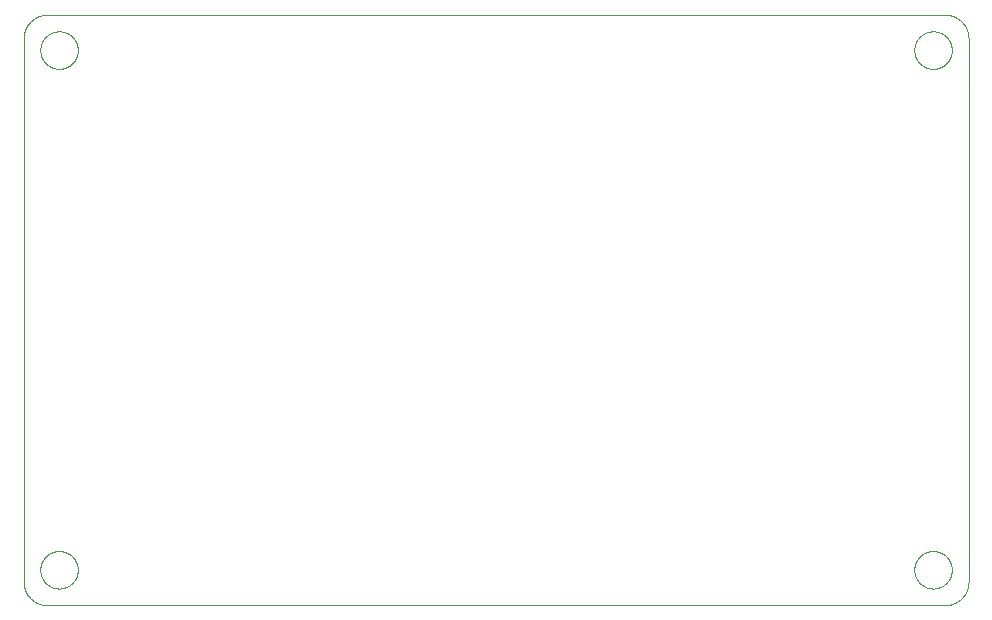
<source format=gbp>
G75*
%MOIN*%
%OFA0B0*%
%FSLAX25Y25*%
%IPPOS*%
%LPD*%
%AMOC8*
5,1,8,0,0,1.08239X$1,22.5*
%
%ADD10C,0.00000*%
D10*
X0044888Y0146728D02*
X0344100Y0146728D01*
X0344290Y0146730D01*
X0344480Y0146737D01*
X0344670Y0146749D01*
X0344860Y0146765D01*
X0345049Y0146785D01*
X0345238Y0146811D01*
X0345426Y0146840D01*
X0345613Y0146875D01*
X0345799Y0146914D01*
X0345984Y0146957D01*
X0346169Y0147005D01*
X0346352Y0147057D01*
X0346533Y0147113D01*
X0346713Y0147174D01*
X0346892Y0147240D01*
X0347069Y0147309D01*
X0347245Y0147383D01*
X0347418Y0147461D01*
X0347590Y0147544D01*
X0347759Y0147630D01*
X0347927Y0147720D01*
X0348092Y0147815D01*
X0348255Y0147913D01*
X0348415Y0148016D01*
X0348573Y0148122D01*
X0348728Y0148232D01*
X0348881Y0148345D01*
X0349031Y0148463D01*
X0349177Y0148584D01*
X0349321Y0148708D01*
X0349462Y0148836D01*
X0349600Y0148967D01*
X0349735Y0149102D01*
X0349866Y0149240D01*
X0349994Y0149381D01*
X0350118Y0149525D01*
X0350239Y0149671D01*
X0350357Y0149821D01*
X0350470Y0149974D01*
X0350580Y0150129D01*
X0350686Y0150287D01*
X0350789Y0150447D01*
X0350887Y0150610D01*
X0350982Y0150775D01*
X0351072Y0150943D01*
X0351158Y0151112D01*
X0351241Y0151284D01*
X0351319Y0151457D01*
X0351393Y0151633D01*
X0351462Y0151810D01*
X0351528Y0151989D01*
X0351589Y0152169D01*
X0351645Y0152350D01*
X0351697Y0152533D01*
X0351745Y0152718D01*
X0351788Y0152903D01*
X0351827Y0153089D01*
X0351862Y0153276D01*
X0351891Y0153464D01*
X0351917Y0153653D01*
X0351937Y0153842D01*
X0351953Y0154032D01*
X0351965Y0154222D01*
X0351972Y0154412D01*
X0351974Y0154602D01*
X0351974Y0335705D01*
X0351972Y0335895D01*
X0351965Y0336085D01*
X0351953Y0336275D01*
X0351937Y0336465D01*
X0351917Y0336654D01*
X0351891Y0336843D01*
X0351862Y0337031D01*
X0351827Y0337218D01*
X0351788Y0337404D01*
X0351745Y0337589D01*
X0351697Y0337774D01*
X0351645Y0337957D01*
X0351589Y0338138D01*
X0351528Y0338318D01*
X0351462Y0338497D01*
X0351393Y0338674D01*
X0351319Y0338850D01*
X0351241Y0339023D01*
X0351158Y0339195D01*
X0351072Y0339364D01*
X0350982Y0339532D01*
X0350887Y0339697D01*
X0350789Y0339860D01*
X0350686Y0340020D01*
X0350580Y0340178D01*
X0350470Y0340333D01*
X0350357Y0340486D01*
X0350239Y0340636D01*
X0350118Y0340782D01*
X0349994Y0340926D01*
X0349866Y0341067D01*
X0349735Y0341205D01*
X0349600Y0341340D01*
X0349462Y0341471D01*
X0349321Y0341599D01*
X0349177Y0341723D01*
X0349031Y0341844D01*
X0348881Y0341962D01*
X0348728Y0342075D01*
X0348573Y0342185D01*
X0348415Y0342291D01*
X0348255Y0342394D01*
X0348092Y0342492D01*
X0347927Y0342587D01*
X0347759Y0342677D01*
X0347590Y0342763D01*
X0347418Y0342846D01*
X0347245Y0342924D01*
X0347069Y0342998D01*
X0346892Y0343067D01*
X0346713Y0343133D01*
X0346533Y0343194D01*
X0346352Y0343250D01*
X0346169Y0343302D01*
X0345984Y0343350D01*
X0345799Y0343393D01*
X0345613Y0343432D01*
X0345426Y0343467D01*
X0345238Y0343496D01*
X0345049Y0343522D01*
X0344860Y0343542D01*
X0344670Y0343558D01*
X0344480Y0343570D01*
X0344290Y0343577D01*
X0344100Y0343579D01*
X0044888Y0343579D01*
X0044698Y0343577D01*
X0044508Y0343570D01*
X0044318Y0343558D01*
X0044128Y0343542D01*
X0043939Y0343522D01*
X0043750Y0343496D01*
X0043562Y0343467D01*
X0043375Y0343432D01*
X0043189Y0343393D01*
X0043004Y0343350D01*
X0042819Y0343302D01*
X0042636Y0343250D01*
X0042455Y0343194D01*
X0042275Y0343133D01*
X0042096Y0343067D01*
X0041919Y0342998D01*
X0041743Y0342924D01*
X0041570Y0342846D01*
X0041398Y0342763D01*
X0041229Y0342677D01*
X0041061Y0342587D01*
X0040896Y0342492D01*
X0040733Y0342394D01*
X0040573Y0342291D01*
X0040415Y0342185D01*
X0040260Y0342075D01*
X0040107Y0341962D01*
X0039957Y0341844D01*
X0039811Y0341723D01*
X0039667Y0341599D01*
X0039526Y0341471D01*
X0039388Y0341340D01*
X0039253Y0341205D01*
X0039122Y0341067D01*
X0038994Y0340926D01*
X0038870Y0340782D01*
X0038749Y0340636D01*
X0038631Y0340486D01*
X0038518Y0340333D01*
X0038408Y0340178D01*
X0038302Y0340020D01*
X0038199Y0339860D01*
X0038101Y0339697D01*
X0038006Y0339532D01*
X0037916Y0339364D01*
X0037830Y0339195D01*
X0037747Y0339023D01*
X0037669Y0338850D01*
X0037595Y0338674D01*
X0037526Y0338497D01*
X0037460Y0338318D01*
X0037399Y0338138D01*
X0037343Y0337957D01*
X0037291Y0337774D01*
X0037243Y0337589D01*
X0037200Y0337404D01*
X0037161Y0337218D01*
X0037126Y0337031D01*
X0037097Y0336843D01*
X0037071Y0336654D01*
X0037051Y0336465D01*
X0037035Y0336275D01*
X0037023Y0336085D01*
X0037016Y0335895D01*
X0037014Y0335705D01*
X0037014Y0154602D01*
X0037016Y0154412D01*
X0037023Y0154222D01*
X0037035Y0154032D01*
X0037051Y0153842D01*
X0037071Y0153653D01*
X0037097Y0153464D01*
X0037126Y0153276D01*
X0037161Y0153089D01*
X0037200Y0152903D01*
X0037243Y0152718D01*
X0037291Y0152533D01*
X0037343Y0152350D01*
X0037399Y0152169D01*
X0037460Y0151989D01*
X0037526Y0151810D01*
X0037595Y0151633D01*
X0037669Y0151457D01*
X0037747Y0151284D01*
X0037830Y0151112D01*
X0037916Y0150943D01*
X0038006Y0150775D01*
X0038101Y0150610D01*
X0038199Y0150447D01*
X0038302Y0150287D01*
X0038408Y0150129D01*
X0038518Y0149974D01*
X0038631Y0149821D01*
X0038749Y0149671D01*
X0038870Y0149525D01*
X0038994Y0149381D01*
X0039122Y0149240D01*
X0039253Y0149102D01*
X0039388Y0148967D01*
X0039526Y0148836D01*
X0039667Y0148708D01*
X0039811Y0148584D01*
X0039957Y0148463D01*
X0040107Y0148345D01*
X0040260Y0148232D01*
X0040415Y0148122D01*
X0040573Y0148016D01*
X0040733Y0147913D01*
X0040896Y0147815D01*
X0041061Y0147720D01*
X0041229Y0147630D01*
X0041398Y0147544D01*
X0041570Y0147461D01*
X0041743Y0147383D01*
X0041919Y0147309D01*
X0042096Y0147240D01*
X0042275Y0147174D01*
X0042455Y0147113D01*
X0042636Y0147057D01*
X0042819Y0147005D01*
X0043004Y0146957D01*
X0043189Y0146914D01*
X0043375Y0146875D01*
X0043562Y0146840D01*
X0043750Y0146811D01*
X0043939Y0146785D01*
X0044128Y0146765D01*
X0044318Y0146749D01*
X0044508Y0146737D01*
X0044698Y0146730D01*
X0044888Y0146728D01*
X0042575Y0158539D02*
X0042577Y0158697D01*
X0042583Y0158854D01*
X0042593Y0159012D01*
X0042607Y0159169D01*
X0042625Y0159325D01*
X0042646Y0159482D01*
X0042672Y0159637D01*
X0042702Y0159792D01*
X0042735Y0159946D01*
X0042773Y0160099D01*
X0042814Y0160252D01*
X0042859Y0160403D01*
X0042908Y0160553D01*
X0042961Y0160701D01*
X0043017Y0160849D01*
X0043078Y0160994D01*
X0043141Y0161139D01*
X0043209Y0161281D01*
X0043280Y0161422D01*
X0043354Y0161561D01*
X0043432Y0161698D01*
X0043514Y0161833D01*
X0043598Y0161966D01*
X0043687Y0162097D01*
X0043778Y0162225D01*
X0043873Y0162352D01*
X0043970Y0162475D01*
X0044071Y0162597D01*
X0044175Y0162715D01*
X0044282Y0162831D01*
X0044392Y0162944D01*
X0044504Y0163055D01*
X0044620Y0163162D01*
X0044738Y0163267D01*
X0044858Y0163369D01*
X0044981Y0163467D01*
X0045107Y0163563D01*
X0045235Y0163655D01*
X0045365Y0163744D01*
X0045497Y0163830D01*
X0045632Y0163912D01*
X0045769Y0163991D01*
X0045907Y0164066D01*
X0046047Y0164138D01*
X0046190Y0164206D01*
X0046333Y0164271D01*
X0046479Y0164332D01*
X0046626Y0164389D01*
X0046774Y0164443D01*
X0046924Y0164493D01*
X0047074Y0164539D01*
X0047226Y0164581D01*
X0047379Y0164620D01*
X0047533Y0164654D01*
X0047688Y0164685D01*
X0047843Y0164711D01*
X0047999Y0164734D01*
X0048156Y0164753D01*
X0048313Y0164768D01*
X0048470Y0164779D01*
X0048628Y0164786D01*
X0048786Y0164789D01*
X0048943Y0164788D01*
X0049101Y0164783D01*
X0049258Y0164774D01*
X0049416Y0164761D01*
X0049572Y0164744D01*
X0049729Y0164723D01*
X0049884Y0164699D01*
X0050039Y0164670D01*
X0050194Y0164637D01*
X0050347Y0164601D01*
X0050500Y0164560D01*
X0050651Y0164516D01*
X0050801Y0164468D01*
X0050950Y0164417D01*
X0051098Y0164361D01*
X0051244Y0164302D01*
X0051389Y0164239D01*
X0051532Y0164172D01*
X0051673Y0164102D01*
X0051812Y0164029D01*
X0051950Y0163952D01*
X0052086Y0163871D01*
X0052219Y0163787D01*
X0052350Y0163700D01*
X0052479Y0163609D01*
X0052606Y0163515D01*
X0052731Y0163418D01*
X0052852Y0163318D01*
X0052972Y0163215D01*
X0053088Y0163109D01*
X0053202Y0163000D01*
X0053314Y0162888D01*
X0053422Y0162774D01*
X0053527Y0162656D01*
X0053630Y0162536D01*
X0053729Y0162414D01*
X0053825Y0162289D01*
X0053918Y0162161D01*
X0054008Y0162032D01*
X0054094Y0161900D01*
X0054178Y0161766D01*
X0054257Y0161630D01*
X0054334Y0161492D01*
X0054406Y0161352D01*
X0054475Y0161210D01*
X0054541Y0161067D01*
X0054603Y0160922D01*
X0054661Y0160775D01*
X0054716Y0160627D01*
X0054767Y0160478D01*
X0054814Y0160327D01*
X0054857Y0160176D01*
X0054896Y0160023D01*
X0054932Y0159869D01*
X0054963Y0159715D01*
X0054991Y0159560D01*
X0055015Y0159404D01*
X0055035Y0159247D01*
X0055051Y0159090D01*
X0055063Y0158933D01*
X0055071Y0158776D01*
X0055075Y0158618D01*
X0055075Y0158460D01*
X0055071Y0158302D01*
X0055063Y0158145D01*
X0055051Y0157988D01*
X0055035Y0157831D01*
X0055015Y0157674D01*
X0054991Y0157518D01*
X0054963Y0157363D01*
X0054932Y0157209D01*
X0054896Y0157055D01*
X0054857Y0156902D01*
X0054814Y0156751D01*
X0054767Y0156600D01*
X0054716Y0156451D01*
X0054661Y0156303D01*
X0054603Y0156156D01*
X0054541Y0156011D01*
X0054475Y0155868D01*
X0054406Y0155726D01*
X0054334Y0155586D01*
X0054257Y0155448D01*
X0054178Y0155312D01*
X0054094Y0155178D01*
X0054008Y0155046D01*
X0053918Y0154917D01*
X0053825Y0154789D01*
X0053729Y0154664D01*
X0053630Y0154542D01*
X0053527Y0154422D01*
X0053422Y0154304D01*
X0053314Y0154190D01*
X0053202Y0154078D01*
X0053088Y0153969D01*
X0052972Y0153863D01*
X0052852Y0153760D01*
X0052731Y0153660D01*
X0052606Y0153563D01*
X0052479Y0153469D01*
X0052350Y0153378D01*
X0052219Y0153291D01*
X0052086Y0153207D01*
X0051950Y0153126D01*
X0051812Y0153049D01*
X0051673Y0152976D01*
X0051532Y0152906D01*
X0051389Y0152839D01*
X0051244Y0152776D01*
X0051098Y0152717D01*
X0050950Y0152661D01*
X0050801Y0152610D01*
X0050651Y0152562D01*
X0050500Y0152518D01*
X0050347Y0152477D01*
X0050194Y0152441D01*
X0050039Y0152408D01*
X0049884Y0152379D01*
X0049729Y0152355D01*
X0049572Y0152334D01*
X0049416Y0152317D01*
X0049258Y0152304D01*
X0049101Y0152295D01*
X0048943Y0152290D01*
X0048786Y0152289D01*
X0048628Y0152292D01*
X0048470Y0152299D01*
X0048313Y0152310D01*
X0048156Y0152325D01*
X0047999Y0152344D01*
X0047843Y0152367D01*
X0047688Y0152393D01*
X0047533Y0152424D01*
X0047379Y0152458D01*
X0047226Y0152497D01*
X0047074Y0152539D01*
X0046924Y0152585D01*
X0046774Y0152635D01*
X0046626Y0152689D01*
X0046479Y0152746D01*
X0046333Y0152807D01*
X0046190Y0152872D01*
X0046047Y0152940D01*
X0045907Y0153012D01*
X0045769Y0153087D01*
X0045632Y0153166D01*
X0045497Y0153248D01*
X0045365Y0153334D01*
X0045235Y0153423D01*
X0045107Y0153515D01*
X0044981Y0153611D01*
X0044858Y0153709D01*
X0044738Y0153811D01*
X0044620Y0153916D01*
X0044504Y0154023D01*
X0044392Y0154134D01*
X0044282Y0154247D01*
X0044175Y0154363D01*
X0044071Y0154481D01*
X0043970Y0154603D01*
X0043873Y0154726D01*
X0043778Y0154853D01*
X0043687Y0154981D01*
X0043598Y0155112D01*
X0043514Y0155245D01*
X0043432Y0155380D01*
X0043354Y0155517D01*
X0043280Y0155656D01*
X0043209Y0155797D01*
X0043141Y0155939D01*
X0043078Y0156084D01*
X0043017Y0156229D01*
X0042961Y0156377D01*
X0042908Y0156525D01*
X0042859Y0156675D01*
X0042814Y0156826D01*
X0042773Y0156979D01*
X0042735Y0157132D01*
X0042702Y0157286D01*
X0042672Y0157441D01*
X0042646Y0157596D01*
X0042625Y0157753D01*
X0042607Y0157909D01*
X0042593Y0158066D01*
X0042583Y0158224D01*
X0042577Y0158381D01*
X0042575Y0158539D01*
X0042575Y0331768D02*
X0042577Y0331926D01*
X0042583Y0332083D01*
X0042593Y0332241D01*
X0042607Y0332398D01*
X0042625Y0332554D01*
X0042646Y0332711D01*
X0042672Y0332866D01*
X0042702Y0333021D01*
X0042735Y0333175D01*
X0042773Y0333328D01*
X0042814Y0333481D01*
X0042859Y0333632D01*
X0042908Y0333782D01*
X0042961Y0333930D01*
X0043017Y0334078D01*
X0043078Y0334223D01*
X0043141Y0334368D01*
X0043209Y0334510D01*
X0043280Y0334651D01*
X0043354Y0334790D01*
X0043432Y0334927D01*
X0043514Y0335062D01*
X0043598Y0335195D01*
X0043687Y0335326D01*
X0043778Y0335454D01*
X0043873Y0335581D01*
X0043970Y0335704D01*
X0044071Y0335826D01*
X0044175Y0335944D01*
X0044282Y0336060D01*
X0044392Y0336173D01*
X0044504Y0336284D01*
X0044620Y0336391D01*
X0044738Y0336496D01*
X0044858Y0336598D01*
X0044981Y0336696D01*
X0045107Y0336792D01*
X0045235Y0336884D01*
X0045365Y0336973D01*
X0045497Y0337059D01*
X0045632Y0337141D01*
X0045769Y0337220D01*
X0045907Y0337295D01*
X0046047Y0337367D01*
X0046190Y0337435D01*
X0046333Y0337500D01*
X0046479Y0337561D01*
X0046626Y0337618D01*
X0046774Y0337672D01*
X0046924Y0337722D01*
X0047074Y0337768D01*
X0047226Y0337810D01*
X0047379Y0337849D01*
X0047533Y0337883D01*
X0047688Y0337914D01*
X0047843Y0337940D01*
X0047999Y0337963D01*
X0048156Y0337982D01*
X0048313Y0337997D01*
X0048470Y0338008D01*
X0048628Y0338015D01*
X0048786Y0338018D01*
X0048943Y0338017D01*
X0049101Y0338012D01*
X0049258Y0338003D01*
X0049416Y0337990D01*
X0049572Y0337973D01*
X0049729Y0337952D01*
X0049884Y0337928D01*
X0050039Y0337899D01*
X0050194Y0337866D01*
X0050347Y0337830D01*
X0050500Y0337789D01*
X0050651Y0337745D01*
X0050801Y0337697D01*
X0050950Y0337646D01*
X0051098Y0337590D01*
X0051244Y0337531D01*
X0051389Y0337468D01*
X0051532Y0337401D01*
X0051673Y0337331D01*
X0051812Y0337258D01*
X0051950Y0337181D01*
X0052086Y0337100D01*
X0052219Y0337016D01*
X0052350Y0336929D01*
X0052479Y0336838D01*
X0052606Y0336744D01*
X0052731Y0336647D01*
X0052852Y0336547D01*
X0052972Y0336444D01*
X0053088Y0336338D01*
X0053202Y0336229D01*
X0053314Y0336117D01*
X0053422Y0336003D01*
X0053527Y0335885D01*
X0053630Y0335765D01*
X0053729Y0335643D01*
X0053825Y0335518D01*
X0053918Y0335390D01*
X0054008Y0335261D01*
X0054094Y0335129D01*
X0054178Y0334995D01*
X0054257Y0334859D01*
X0054334Y0334721D01*
X0054406Y0334581D01*
X0054475Y0334439D01*
X0054541Y0334296D01*
X0054603Y0334151D01*
X0054661Y0334004D01*
X0054716Y0333856D01*
X0054767Y0333707D01*
X0054814Y0333556D01*
X0054857Y0333405D01*
X0054896Y0333252D01*
X0054932Y0333098D01*
X0054963Y0332944D01*
X0054991Y0332789D01*
X0055015Y0332633D01*
X0055035Y0332476D01*
X0055051Y0332319D01*
X0055063Y0332162D01*
X0055071Y0332005D01*
X0055075Y0331847D01*
X0055075Y0331689D01*
X0055071Y0331531D01*
X0055063Y0331374D01*
X0055051Y0331217D01*
X0055035Y0331060D01*
X0055015Y0330903D01*
X0054991Y0330747D01*
X0054963Y0330592D01*
X0054932Y0330438D01*
X0054896Y0330284D01*
X0054857Y0330131D01*
X0054814Y0329980D01*
X0054767Y0329829D01*
X0054716Y0329680D01*
X0054661Y0329532D01*
X0054603Y0329385D01*
X0054541Y0329240D01*
X0054475Y0329097D01*
X0054406Y0328955D01*
X0054334Y0328815D01*
X0054257Y0328677D01*
X0054178Y0328541D01*
X0054094Y0328407D01*
X0054008Y0328275D01*
X0053918Y0328146D01*
X0053825Y0328018D01*
X0053729Y0327893D01*
X0053630Y0327771D01*
X0053527Y0327651D01*
X0053422Y0327533D01*
X0053314Y0327419D01*
X0053202Y0327307D01*
X0053088Y0327198D01*
X0052972Y0327092D01*
X0052852Y0326989D01*
X0052731Y0326889D01*
X0052606Y0326792D01*
X0052479Y0326698D01*
X0052350Y0326607D01*
X0052219Y0326520D01*
X0052086Y0326436D01*
X0051950Y0326355D01*
X0051812Y0326278D01*
X0051673Y0326205D01*
X0051532Y0326135D01*
X0051389Y0326068D01*
X0051244Y0326005D01*
X0051098Y0325946D01*
X0050950Y0325890D01*
X0050801Y0325839D01*
X0050651Y0325791D01*
X0050500Y0325747D01*
X0050347Y0325706D01*
X0050194Y0325670D01*
X0050039Y0325637D01*
X0049884Y0325608D01*
X0049729Y0325584D01*
X0049572Y0325563D01*
X0049416Y0325546D01*
X0049258Y0325533D01*
X0049101Y0325524D01*
X0048943Y0325519D01*
X0048786Y0325518D01*
X0048628Y0325521D01*
X0048470Y0325528D01*
X0048313Y0325539D01*
X0048156Y0325554D01*
X0047999Y0325573D01*
X0047843Y0325596D01*
X0047688Y0325622D01*
X0047533Y0325653D01*
X0047379Y0325687D01*
X0047226Y0325726D01*
X0047074Y0325768D01*
X0046924Y0325814D01*
X0046774Y0325864D01*
X0046626Y0325918D01*
X0046479Y0325975D01*
X0046333Y0326036D01*
X0046190Y0326101D01*
X0046047Y0326169D01*
X0045907Y0326241D01*
X0045769Y0326316D01*
X0045632Y0326395D01*
X0045497Y0326477D01*
X0045365Y0326563D01*
X0045235Y0326652D01*
X0045107Y0326744D01*
X0044981Y0326840D01*
X0044858Y0326938D01*
X0044738Y0327040D01*
X0044620Y0327145D01*
X0044504Y0327252D01*
X0044392Y0327363D01*
X0044282Y0327476D01*
X0044175Y0327592D01*
X0044071Y0327710D01*
X0043970Y0327832D01*
X0043873Y0327955D01*
X0043778Y0328082D01*
X0043687Y0328210D01*
X0043598Y0328341D01*
X0043514Y0328474D01*
X0043432Y0328609D01*
X0043354Y0328746D01*
X0043280Y0328885D01*
X0043209Y0329026D01*
X0043141Y0329168D01*
X0043078Y0329313D01*
X0043017Y0329458D01*
X0042961Y0329606D01*
X0042908Y0329754D01*
X0042859Y0329904D01*
X0042814Y0330055D01*
X0042773Y0330208D01*
X0042735Y0330361D01*
X0042702Y0330515D01*
X0042672Y0330670D01*
X0042646Y0330825D01*
X0042625Y0330982D01*
X0042607Y0331138D01*
X0042593Y0331295D01*
X0042583Y0331453D01*
X0042577Y0331610D01*
X0042575Y0331768D01*
X0333913Y0331768D02*
X0333915Y0331926D01*
X0333921Y0332083D01*
X0333931Y0332241D01*
X0333945Y0332398D01*
X0333963Y0332554D01*
X0333984Y0332711D01*
X0334010Y0332866D01*
X0334040Y0333021D01*
X0334073Y0333175D01*
X0334111Y0333328D01*
X0334152Y0333481D01*
X0334197Y0333632D01*
X0334246Y0333782D01*
X0334299Y0333930D01*
X0334355Y0334078D01*
X0334416Y0334223D01*
X0334479Y0334368D01*
X0334547Y0334510D01*
X0334618Y0334651D01*
X0334692Y0334790D01*
X0334770Y0334927D01*
X0334852Y0335062D01*
X0334936Y0335195D01*
X0335025Y0335326D01*
X0335116Y0335454D01*
X0335211Y0335581D01*
X0335308Y0335704D01*
X0335409Y0335826D01*
X0335513Y0335944D01*
X0335620Y0336060D01*
X0335730Y0336173D01*
X0335842Y0336284D01*
X0335958Y0336391D01*
X0336076Y0336496D01*
X0336196Y0336598D01*
X0336319Y0336696D01*
X0336445Y0336792D01*
X0336573Y0336884D01*
X0336703Y0336973D01*
X0336835Y0337059D01*
X0336970Y0337141D01*
X0337107Y0337220D01*
X0337245Y0337295D01*
X0337385Y0337367D01*
X0337528Y0337435D01*
X0337671Y0337500D01*
X0337817Y0337561D01*
X0337964Y0337618D01*
X0338112Y0337672D01*
X0338262Y0337722D01*
X0338412Y0337768D01*
X0338564Y0337810D01*
X0338717Y0337849D01*
X0338871Y0337883D01*
X0339026Y0337914D01*
X0339181Y0337940D01*
X0339337Y0337963D01*
X0339494Y0337982D01*
X0339651Y0337997D01*
X0339808Y0338008D01*
X0339966Y0338015D01*
X0340124Y0338018D01*
X0340281Y0338017D01*
X0340439Y0338012D01*
X0340596Y0338003D01*
X0340754Y0337990D01*
X0340910Y0337973D01*
X0341067Y0337952D01*
X0341222Y0337928D01*
X0341377Y0337899D01*
X0341532Y0337866D01*
X0341685Y0337830D01*
X0341838Y0337789D01*
X0341989Y0337745D01*
X0342139Y0337697D01*
X0342288Y0337646D01*
X0342436Y0337590D01*
X0342582Y0337531D01*
X0342727Y0337468D01*
X0342870Y0337401D01*
X0343011Y0337331D01*
X0343150Y0337258D01*
X0343288Y0337181D01*
X0343424Y0337100D01*
X0343557Y0337016D01*
X0343688Y0336929D01*
X0343817Y0336838D01*
X0343944Y0336744D01*
X0344069Y0336647D01*
X0344190Y0336547D01*
X0344310Y0336444D01*
X0344426Y0336338D01*
X0344540Y0336229D01*
X0344652Y0336117D01*
X0344760Y0336003D01*
X0344865Y0335885D01*
X0344968Y0335765D01*
X0345067Y0335643D01*
X0345163Y0335518D01*
X0345256Y0335390D01*
X0345346Y0335261D01*
X0345432Y0335129D01*
X0345516Y0334995D01*
X0345595Y0334859D01*
X0345672Y0334721D01*
X0345744Y0334581D01*
X0345813Y0334439D01*
X0345879Y0334296D01*
X0345941Y0334151D01*
X0345999Y0334004D01*
X0346054Y0333856D01*
X0346105Y0333707D01*
X0346152Y0333556D01*
X0346195Y0333405D01*
X0346234Y0333252D01*
X0346270Y0333098D01*
X0346301Y0332944D01*
X0346329Y0332789D01*
X0346353Y0332633D01*
X0346373Y0332476D01*
X0346389Y0332319D01*
X0346401Y0332162D01*
X0346409Y0332005D01*
X0346413Y0331847D01*
X0346413Y0331689D01*
X0346409Y0331531D01*
X0346401Y0331374D01*
X0346389Y0331217D01*
X0346373Y0331060D01*
X0346353Y0330903D01*
X0346329Y0330747D01*
X0346301Y0330592D01*
X0346270Y0330438D01*
X0346234Y0330284D01*
X0346195Y0330131D01*
X0346152Y0329980D01*
X0346105Y0329829D01*
X0346054Y0329680D01*
X0345999Y0329532D01*
X0345941Y0329385D01*
X0345879Y0329240D01*
X0345813Y0329097D01*
X0345744Y0328955D01*
X0345672Y0328815D01*
X0345595Y0328677D01*
X0345516Y0328541D01*
X0345432Y0328407D01*
X0345346Y0328275D01*
X0345256Y0328146D01*
X0345163Y0328018D01*
X0345067Y0327893D01*
X0344968Y0327771D01*
X0344865Y0327651D01*
X0344760Y0327533D01*
X0344652Y0327419D01*
X0344540Y0327307D01*
X0344426Y0327198D01*
X0344310Y0327092D01*
X0344190Y0326989D01*
X0344069Y0326889D01*
X0343944Y0326792D01*
X0343817Y0326698D01*
X0343688Y0326607D01*
X0343557Y0326520D01*
X0343424Y0326436D01*
X0343288Y0326355D01*
X0343150Y0326278D01*
X0343011Y0326205D01*
X0342870Y0326135D01*
X0342727Y0326068D01*
X0342582Y0326005D01*
X0342436Y0325946D01*
X0342288Y0325890D01*
X0342139Y0325839D01*
X0341989Y0325791D01*
X0341838Y0325747D01*
X0341685Y0325706D01*
X0341532Y0325670D01*
X0341377Y0325637D01*
X0341222Y0325608D01*
X0341067Y0325584D01*
X0340910Y0325563D01*
X0340754Y0325546D01*
X0340596Y0325533D01*
X0340439Y0325524D01*
X0340281Y0325519D01*
X0340124Y0325518D01*
X0339966Y0325521D01*
X0339808Y0325528D01*
X0339651Y0325539D01*
X0339494Y0325554D01*
X0339337Y0325573D01*
X0339181Y0325596D01*
X0339026Y0325622D01*
X0338871Y0325653D01*
X0338717Y0325687D01*
X0338564Y0325726D01*
X0338412Y0325768D01*
X0338262Y0325814D01*
X0338112Y0325864D01*
X0337964Y0325918D01*
X0337817Y0325975D01*
X0337671Y0326036D01*
X0337528Y0326101D01*
X0337385Y0326169D01*
X0337245Y0326241D01*
X0337107Y0326316D01*
X0336970Y0326395D01*
X0336835Y0326477D01*
X0336703Y0326563D01*
X0336573Y0326652D01*
X0336445Y0326744D01*
X0336319Y0326840D01*
X0336196Y0326938D01*
X0336076Y0327040D01*
X0335958Y0327145D01*
X0335842Y0327252D01*
X0335730Y0327363D01*
X0335620Y0327476D01*
X0335513Y0327592D01*
X0335409Y0327710D01*
X0335308Y0327832D01*
X0335211Y0327955D01*
X0335116Y0328082D01*
X0335025Y0328210D01*
X0334936Y0328341D01*
X0334852Y0328474D01*
X0334770Y0328609D01*
X0334692Y0328746D01*
X0334618Y0328885D01*
X0334547Y0329026D01*
X0334479Y0329168D01*
X0334416Y0329313D01*
X0334355Y0329458D01*
X0334299Y0329606D01*
X0334246Y0329754D01*
X0334197Y0329904D01*
X0334152Y0330055D01*
X0334111Y0330208D01*
X0334073Y0330361D01*
X0334040Y0330515D01*
X0334010Y0330670D01*
X0333984Y0330825D01*
X0333963Y0330982D01*
X0333945Y0331138D01*
X0333931Y0331295D01*
X0333921Y0331453D01*
X0333915Y0331610D01*
X0333913Y0331768D01*
X0333913Y0158539D02*
X0333915Y0158697D01*
X0333921Y0158854D01*
X0333931Y0159012D01*
X0333945Y0159169D01*
X0333963Y0159325D01*
X0333984Y0159482D01*
X0334010Y0159637D01*
X0334040Y0159792D01*
X0334073Y0159946D01*
X0334111Y0160099D01*
X0334152Y0160252D01*
X0334197Y0160403D01*
X0334246Y0160553D01*
X0334299Y0160701D01*
X0334355Y0160849D01*
X0334416Y0160994D01*
X0334479Y0161139D01*
X0334547Y0161281D01*
X0334618Y0161422D01*
X0334692Y0161561D01*
X0334770Y0161698D01*
X0334852Y0161833D01*
X0334936Y0161966D01*
X0335025Y0162097D01*
X0335116Y0162225D01*
X0335211Y0162352D01*
X0335308Y0162475D01*
X0335409Y0162597D01*
X0335513Y0162715D01*
X0335620Y0162831D01*
X0335730Y0162944D01*
X0335842Y0163055D01*
X0335958Y0163162D01*
X0336076Y0163267D01*
X0336196Y0163369D01*
X0336319Y0163467D01*
X0336445Y0163563D01*
X0336573Y0163655D01*
X0336703Y0163744D01*
X0336835Y0163830D01*
X0336970Y0163912D01*
X0337107Y0163991D01*
X0337245Y0164066D01*
X0337385Y0164138D01*
X0337528Y0164206D01*
X0337671Y0164271D01*
X0337817Y0164332D01*
X0337964Y0164389D01*
X0338112Y0164443D01*
X0338262Y0164493D01*
X0338412Y0164539D01*
X0338564Y0164581D01*
X0338717Y0164620D01*
X0338871Y0164654D01*
X0339026Y0164685D01*
X0339181Y0164711D01*
X0339337Y0164734D01*
X0339494Y0164753D01*
X0339651Y0164768D01*
X0339808Y0164779D01*
X0339966Y0164786D01*
X0340124Y0164789D01*
X0340281Y0164788D01*
X0340439Y0164783D01*
X0340596Y0164774D01*
X0340754Y0164761D01*
X0340910Y0164744D01*
X0341067Y0164723D01*
X0341222Y0164699D01*
X0341377Y0164670D01*
X0341532Y0164637D01*
X0341685Y0164601D01*
X0341838Y0164560D01*
X0341989Y0164516D01*
X0342139Y0164468D01*
X0342288Y0164417D01*
X0342436Y0164361D01*
X0342582Y0164302D01*
X0342727Y0164239D01*
X0342870Y0164172D01*
X0343011Y0164102D01*
X0343150Y0164029D01*
X0343288Y0163952D01*
X0343424Y0163871D01*
X0343557Y0163787D01*
X0343688Y0163700D01*
X0343817Y0163609D01*
X0343944Y0163515D01*
X0344069Y0163418D01*
X0344190Y0163318D01*
X0344310Y0163215D01*
X0344426Y0163109D01*
X0344540Y0163000D01*
X0344652Y0162888D01*
X0344760Y0162774D01*
X0344865Y0162656D01*
X0344968Y0162536D01*
X0345067Y0162414D01*
X0345163Y0162289D01*
X0345256Y0162161D01*
X0345346Y0162032D01*
X0345432Y0161900D01*
X0345516Y0161766D01*
X0345595Y0161630D01*
X0345672Y0161492D01*
X0345744Y0161352D01*
X0345813Y0161210D01*
X0345879Y0161067D01*
X0345941Y0160922D01*
X0345999Y0160775D01*
X0346054Y0160627D01*
X0346105Y0160478D01*
X0346152Y0160327D01*
X0346195Y0160176D01*
X0346234Y0160023D01*
X0346270Y0159869D01*
X0346301Y0159715D01*
X0346329Y0159560D01*
X0346353Y0159404D01*
X0346373Y0159247D01*
X0346389Y0159090D01*
X0346401Y0158933D01*
X0346409Y0158776D01*
X0346413Y0158618D01*
X0346413Y0158460D01*
X0346409Y0158302D01*
X0346401Y0158145D01*
X0346389Y0157988D01*
X0346373Y0157831D01*
X0346353Y0157674D01*
X0346329Y0157518D01*
X0346301Y0157363D01*
X0346270Y0157209D01*
X0346234Y0157055D01*
X0346195Y0156902D01*
X0346152Y0156751D01*
X0346105Y0156600D01*
X0346054Y0156451D01*
X0345999Y0156303D01*
X0345941Y0156156D01*
X0345879Y0156011D01*
X0345813Y0155868D01*
X0345744Y0155726D01*
X0345672Y0155586D01*
X0345595Y0155448D01*
X0345516Y0155312D01*
X0345432Y0155178D01*
X0345346Y0155046D01*
X0345256Y0154917D01*
X0345163Y0154789D01*
X0345067Y0154664D01*
X0344968Y0154542D01*
X0344865Y0154422D01*
X0344760Y0154304D01*
X0344652Y0154190D01*
X0344540Y0154078D01*
X0344426Y0153969D01*
X0344310Y0153863D01*
X0344190Y0153760D01*
X0344069Y0153660D01*
X0343944Y0153563D01*
X0343817Y0153469D01*
X0343688Y0153378D01*
X0343557Y0153291D01*
X0343424Y0153207D01*
X0343288Y0153126D01*
X0343150Y0153049D01*
X0343011Y0152976D01*
X0342870Y0152906D01*
X0342727Y0152839D01*
X0342582Y0152776D01*
X0342436Y0152717D01*
X0342288Y0152661D01*
X0342139Y0152610D01*
X0341989Y0152562D01*
X0341838Y0152518D01*
X0341685Y0152477D01*
X0341532Y0152441D01*
X0341377Y0152408D01*
X0341222Y0152379D01*
X0341067Y0152355D01*
X0340910Y0152334D01*
X0340754Y0152317D01*
X0340596Y0152304D01*
X0340439Y0152295D01*
X0340281Y0152290D01*
X0340124Y0152289D01*
X0339966Y0152292D01*
X0339808Y0152299D01*
X0339651Y0152310D01*
X0339494Y0152325D01*
X0339337Y0152344D01*
X0339181Y0152367D01*
X0339026Y0152393D01*
X0338871Y0152424D01*
X0338717Y0152458D01*
X0338564Y0152497D01*
X0338412Y0152539D01*
X0338262Y0152585D01*
X0338112Y0152635D01*
X0337964Y0152689D01*
X0337817Y0152746D01*
X0337671Y0152807D01*
X0337528Y0152872D01*
X0337385Y0152940D01*
X0337245Y0153012D01*
X0337107Y0153087D01*
X0336970Y0153166D01*
X0336835Y0153248D01*
X0336703Y0153334D01*
X0336573Y0153423D01*
X0336445Y0153515D01*
X0336319Y0153611D01*
X0336196Y0153709D01*
X0336076Y0153811D01*
X0335958Y0153916D01*
X0335842Y0154023D01*
X0335730Y0154134D01*
X0335620Y0154247D01*
X0335513Y0154363D01*
X0335409Y0154481D01*
X0335308Y0154603D01*
X0335211Y0154726D01*
X0335116Y0154853D01*
X0335025Y0154981D01*
X0334936Y0155112D01*
X0334852Y0155245D01*
X0334770Y0155380D01*
X0334692Y0155517D01*
X0334618Y0155656D01*
X0334547Y0155797D01*
X0334479Y0155939D01*
X0334416Y0156084D01*
X0334355Y0156229D01*
X0334299Y0156377D01*
X0334246Y0156525D01*
X0334197Y0156675D01*
X0334152Y0156826D01*
X0334111Y0156979D01*
X0334073Y0157132D01*
X0334040Y0157286D01*
X0334010Y0157441D01*
X0333984Y0157596D01*
X0333963Y0157753D01*
X0333945Y0157909D01*
X0333931Y0158066D01*
X0333921Y0158224D01*
X0333915Y0158381D01*
X0333913Y0158539D01*
M02*

</source>
